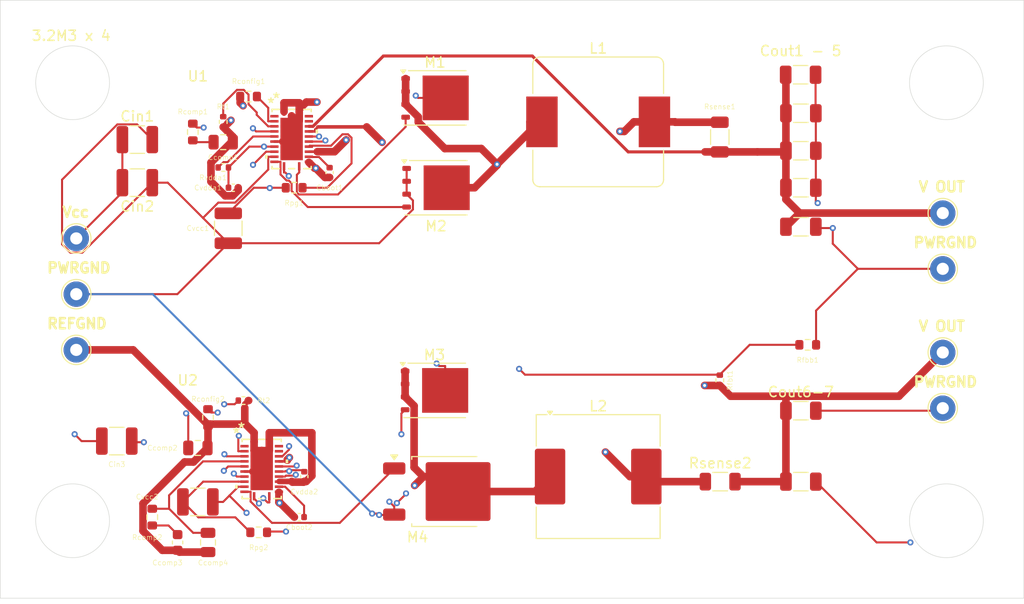
<source format=kicad_pcb>
(kicad_pcb (version 20241229) (generator "pcbnew") (generator_version "9.0")
  (layers (0 "F.Cu" signal) (4 "In1.Cu" signal) (6 "In2.Cu" signal) (2 "B.Cu" signal) (13 "F.Paste" user) (15 "B.Paste" user) (5 "F.SilkS" user "F.Silkscreen") (7 "B.SilkS" user "B.Silkscreen") (1 "F.Mask" user) (3 "B.Mask" user) (25 "Edge.Cuts" user))
  (net 0 "")
  (net 1 "Net-(U1-CBOOT)")
  (net 2 "Net-(M2-D)")
  (net 3 "Net-(M4-D)")
  (net 4 "Net-(U2-CBOOT)")
  (net 5 "GNDREF")
  (net 6 "Net-(Ccomp1-Pad1)")
  (net 7 "Net-(U1-EXTCOMP)")
  (net 8 "Net-(Ccomp3-Pad2)")
  (net 9 "Net-(U2-EXTCOMP)")
  (net 10 "GNDPWR")
  (net 11 "VCC")
  (net 12 "Net-(Con2-Pin_1)")
  (net 13 "Net-(Con3-Pin_1)")
  (net 14 "Net-(U1-VCC)")
  (net 15 "Net-(U2-VCC)")
  (net 16 "Net-(U1-PFM{slash}SYNC)")
  (net 17 "Net-(U2-PFM{slash}SYNC)")
  (net 18 "Net-(U1-ISNS+)")
  (net 19 "Net-(U2-ISNS+)")
  (net 20 "Net-(M1-G)")
  (net 21 "Net-(M2-G)")
  (net 22 "Net-(M3-G)")
  (net 23 "Net-(M4-G)")
  (net 24 "Net-(U1-CNFG)")
  (net 25 "Net-(U2-CNFG)")
  (net 26 "Net-(U2-FB)")
  (net 27 "Net-(U1-PG{slash}SYNCOUT)")
  (net 28 "Net-(U2-PG{slash}SYNCOUT)")
  (net 29 "Net-(U1-RT)")
  (net 30 "Net-(U2-RT)")
  (net 31 "Net-(U1-FB)")
  (footprint "Resistor_SMD:R_0402_1005Metric" (layer "F.Cu") (at 110.5 56 90)
    (property "Reference" "Rfbt1")
    (property "Value" "232K")
  )
  (footprint "Resistor_SMD:R_0603_1608Metric" (layer "F.Cu") (at 65 71)
    (property "Reference" "Rpg2")
    (property "Value" "100k")
  )
  (footprint "Capacitor_SMD:C_0402_1005Metric" (layer "F.Cu") (at 69.5 65.5 -90)
    (property "Reference" "Cvdda2")
    (property "Value" "100n")
  )
  (footprint "Capacitor_SMD:C_0402_1005Metric" (layer "F.Cu") (at 69 69.5 180)
    (property "Reference" "Cboot2")
    (property "Value" "100n")
  )
  (footprint "Resistor_SMD:R_0402_1005Metric" (layer "F.Cu") (at 63.5 58 180)
    (property "Reference" "Rt2")
    (property "Value" "29.4K")
  )
  (footprint "Capacitor_SMD:C_0805_2012Metric" (layer "F.Cu") (at 60 72 90)
    (property "Reference" "Ccomp4")
    (property "Value" "68p")
  )
  (footprint "Capacitor_SMD:C_1210_3225Metric" (layer "F.Cu") (at 51 62 180)
    (property "Reference" "Cin3")
    (property "Value" "3.3u")
  )
  (footprint "Resistor_SMD:R_0603_1608Metric" (layer "F.Cu") (at 119.175 52.5)
    (property "Reference" "Rfbb1")
    (property "Value" "10K")
  )
  (footprint "Wire Holes:Vout Holed" (layer "F.Cu") (at 132.5 39.5)
    (property "Reference" "Con2" (hide yes))
    (property "Value" "12V Out" (hide yes))
  )
  (footprint "Resistor_SMD:R_0603_1608Metric" (layer "F.Cu") (at 60 59.675 90)
    (property "Reference" "Rconfig2")
    (property "Value" "40.2K")
  )
  (footprint "Resistor_SMD:R_0603_1608Metric" (layer "F.Cu") (at 68.5 37)
    (property "Reference" "Rpg1")
    (property "Value" "100K")
  )
  (footprint "Package_TO_SOT_SMD:TO-252-2" (layer "F.Cu") (at 83.415 66.975)
    (property "Reference" "M4")
    (property "Value" "100V 200A")
  )
  (footprint "Capacitor_SMD:C_1206_3216Metric" (layer "F.Cu") (at 118.5 66)
    (property "Reference" "Cout7" (hide yes))
    (property "Value" "4.7u")
  )
  (footprint "Resistor_SMD:R_0603_1608Metric" (layer "F.Cu") (at 54.5 69.5 90)
    (property "Reference" "Rcomp2")
    (property "Value" "5.23k")
  )
  (footprint "Package_TO_SOT_SMD:TDSON-8-1" (layer "F.Cu") (at 82.4 28.135)
    (property "Reference" "M1")
    (property "Value" "80V 77A")
  )
  (footprint "Resistor_SMD:R_1206_3216Metric" (layer "F.Cu") (at 110.5 32 -90)
    (property "Reference" "Rsense1")
    (property "Value" "6m")
  )
  (footprint "Inductor_SMD:L_Coilcraft_MSS1210-XXX" (layer "F.Cu") (at 98.5 65.5)
    (property "Reference" "L2")
    (property "Value" "10u")
  )
  (footprint "Resistor_SMD:R_0603_1608Metric" (layer "F.Cu") (at 58.5 31.5 90)
    (property "Reference" "Rcomp1")
    (property "Value" "4.7K")
  )
  (footprint "Capacitor_SMD:C_0805_2012Metric" (layer "F.Cu") (at 61.5 32.5)
    (property "Reference" "Ccomp1")
    (property "Value" "3.9n")
  )
  (footprint "Capacitor_SMD:C_1210_3225Metric" (layer "F.Cu") (at 53.025 32.25)
    (property "Reference" "Cin1")
    (property "Value" "2.2u")
  )
  (footprint "Capacitor_SMD:C_1206_3216Metric" (layer "F.Cu") (at 118.5 29.65)
    (property "Reference" "Cout2" (hide yes))
    (property "Value" "10u")
  )
  (footprint "Resistor_SMD:R_0603_1608Metric" (layer "F.Cu") (at 64 28)
    (property "Reference" "Rconfig1")
    (property "Value" "40.2K")
  )
  (footprint "Capacitor_SMD:C_0805_2012Metric" (layer "F.Cu") (at 59 62.675)
    (property "Reference" "Ccomp2")
    (property "Value" "100p")
  )
  (footprint "Resistor_SMD:R_0402_1005Metric" (layer "F.Cu") (at 61.51 35)
    (property "Reference" "Rvdda1")
    (property "Value" "47.5K")
  )
  (footprint "Wire Holes:Vin Holes" (layer "F.Cu") (at 47 42)
    (property "Reference" "Con1" (hide yes))
    (property "Value" "Battery In" (hide yes))
  )
  (footprint "Wire Holes:Vout Holed" (layer "F.Cu") (at 132.5 53.25)
    (property "Reference" "Con3" (hide yes))
    (property "Value" "19.5V Out" (hide yes))
  )
  (footprint "Inductor_SMD:L_Bourns_SRP1245A" (layer "F.Cu") (at 98.5 30.5)
    (property "Reference" "L1")
    (property "Value" "6.8u")
  )
  (footprint "Capacitor_SMD:C_1206_3216Metric" (layer "F.Cu") (at 118.5 59)
    (property "Reference" "Cout6-7")
    (property "Value" "4.7u")
  )
  (footprint "Capacitor_SMD:C_1206_3216Metric" (layer "F.Cu") (at 118.5 33.35)
    (property "Reference" "Cout3" (hide yes))
    (property "Value" "10u")
  )
  (footprint "Capacitor_SMD:C_1206_3216Metric" (layer "F.Cu") (at 118.5 37)
    (property "Reference" "Cout4" (hide yes))
    (property "Value" "10u")
  )
  (footprint "Resistor_SMD:R_0402_1005Metric" (layer "F.Cu") (at 61.5 30.5 90)
    (property "Reference" "Rt1")
    (property "Value" "39K")
  )
  (footprint "LM5149:VQFN24_RGY_TEX" (layer "F.Cu") (at 68.25 32.1924)
    (property "Reference" "U1")
    (property "Value" "LM5149RGYR")
  )
  (footprint "Package_TO_SOT_SMD:TDSON-8-1" (layer "F.Cu") (at 82.5 37)
    (property "Reference" "M2")
    (property "Value" "80V 77A")
  )
  (footprint "LM5149:VQFN24_RGY_TEX" (layer "F.Cu") (at 65.2982 64.75)
    (property "Reference" "U2")
    (property "Value" "LM5149RGYR")
  )
  (footprint "Resistor_SMD:R_1206_3216Metric" (layer "F.Cu") (at 110.5375 66)
    (property "Reference" "Rsense2")
    (property "Value" "9m")
  )
  (footprint "Capacitor_SMD:C_0603_1608Metric" (layer "F.Cu") (at 57 72 90)
    (property "Reference" "Ccomp3")
    (property "Value" "2.7n")
  )
  (footprint "Capacitor_SMD:C_1210_3225Metric" (layer "F.Cu") (at 53.025 36.5)
    (property "Reference" "Cin2")
    (property "Value" "2.2u")
  )
  (footprint "Capacitor_SMD:C_0402_1005Metric" (layer "F.Cu") (at 62.5 37)
    (property "Reference" "Cvdda1")
    (property "Value" "100n")
  )
  (footprint "Capacitor_SMD:C_1210_3225Metric" (layer "F.Cu") (at 62 41 -90)
    (property "Reference" "Cvcc1")
    (property "Value" "2.2u")
  )
  (footprint "Capacitor_SMD:C_1206_3216Metric" (layer "F.Cu") (at 118.5 40.85)
    (property "Reference" "Cout5" (hide yes))
    (property "Value" "10u")
  )
  (footprint "Capacitor_SMD:C_1206_3216Metric" (layer "F.Cu") (at 118.475 25.85)
    (property "Reference" "Cout1 - 5")
    (property "Value" "10u")
  )
  (footprint "Package_TO_SOT_SMD:TDSON-8-1" (layer "F.Cu") (at 82.35 57)
    (property "Reference" "M3")
    (property "Value" "80V 77A")
  )
  (footprint "Capacitor_SMD:C_1210_3225Metric" (layer "F.Cu") (at 59 68)
    (property "Reference" "Cvcc2")
    (property "Value" "2.2u")
  )
  (footprint "Capacitor_SMD:C_0402_1005Metric" (layer "F.Cu") (at 72 35.5 -90)
    (property "Reference" "Cboot1")
    (property "Value" "100n")
  )
  (gr_circle (center 46.640055 26.640055) (end 50.140055 25.640055) (stroke (width 0.05)) (fill no) (layer "Edge.Cuts"))
  (gr_circle (center 132.859945 69.859945) (end 136.359945 68.859945) (stroke (width 0.05)) (fill no) (layer "Edge.Cuts"))
  (gr_rect (start 39.5 18.5) (end 140.5 77.5) (stroke (width 0.05)) (fill no) (layer "Edge.Cuts"))
  (gr_circle (center 46.640055 69.859945) (end 50.140055 68.859945) (stroke (width 0.05)) (fill no) (layer "Edge.Cuts"))
  (gr_circle (center 132.859945 26.640055) (end 136.359945 25.640055) (stroke (width 0.05)) (fill no) (layer "Edge.Cuts"))
  (gr_text "3.2M3 x 4" (at 46.5 22 0) (layer "F.SilkS") (effects (font (size 1 1))))
  (segment (start 69.9785 33.9691) (end 70.9491 33.9691) (width 0.2) (layer "F.Cu") (net 1))
  (segment (start 69.9518 33.9424) (end 69.9785 33.9691) (width 0.2) (layer "F.Cu") (net 1))
  (segment (start 70.9491 33.9691) (end 72 35.02) (width 0.2) (layer "F.Cu") (net 1))
  (segment (start 79.5 27.5) (end 79.5 28.77) (width 0.75) (layer "F.Cu") (net 2))
  (segment (start 86.9671 33.1348) (end 88.5198 34.6875) (width 0.75) (layer "F.Cu") (net 2))
  (segment (start 83.55 37) (end 86.3 37) (width 0.75) (layer "F.Cu") (net 2))
  (segment (start 91.7752 31.4321) (end 91.7752 30.5) (width 0.75) (layer "F.Cu") (net 2))
  (segment (start 88.5198 34.6875) (end 91.7752 31.4321) (width 0.75) (layer "F.Cu") (net 2))
  (segment (start 83.3642 33.1348) (end 86.9671 33.1348) (width 0.75) (layer "F.Cu") (net 2))
  (segment (start 80.7458 30.5164) (end 83.3642 33.1348) (width 0.75) (layer "F.Cu") (net 2))
  (segment (start 69.9518 34.4963) (end 70.5295 35.074) (width 0.75) (layer "F.Cu") (net 2))
  (segment (start 79.5 26.23) (end 79.5 27.5) (width 0.75) (layer "F.Cu") (net 2))
  (segment (start 88.5198 34.7802) (end 88.5198 34.6875) (width 0.75) (layer "F.Cu") (net 2))
  (segment (start 69.9518 34.4963) (end 69.9518 34.4424) (width 0.2538) (layer "F.Cu") (net 2))
  (segment (start 92.95 30.5) (end 91.7752 30.5) (width 0.75) (layer "F.Cu") (net 2))
  (segment (start 71.5415 35.98) (end 72 35.98) (width 0.75) (layer "F.Cu") (net 2))
  (segment (start 86.3 37) (end 88.5198 34.7802) (width 0.75) (layer "F.Cu") (net 2))
  (segment (start 79.5 28.77) (end 80.7458 30.0158) (width 0.75) (layer "F.Cu") (net 2))
  (segment (start 70.5295 35.074) (end 70.6355 35.074) (width 0.75) (layer "F.Cu") (net 2))
  (segment (start 70.6355 35.074) (end 71.5415 35.98) (width 0.75) (layer "F.Cu") (net 2))
  (segment (start 80.7458 30.0158) (end 80.7458 30.5164) (width 0.75) (layer "F.Cu") (net 2))
  (via (at 70.6355 35.074) (size 0.6) (drill 0.3) (layers "F.Cu" "B.Cu") (net 2))
  (via (at 88.5198 34.6875) (size 0.6) (drill 0.3) (layers "F.Cu" "B.Cu") (net 2))
  (segment (start 67.0551 68.1046) (end 67.1246 68.1046) (width 0.75) (layer "F.Cu") (net 3))
  (segment (start 79.45 57.635) (end 80.335 58.52) (width 0.75) (layer "F.Cu") (net 3))
  (segment (start 84.675 66.975) (end 83.212 65.512) (width 0.75) (layer "F.Cu") (net 3))
  (segment (start 84.675 66.975) (end 92.275 66.975) (width 0.75) (layer "F.Cu") (net 3))
  (segment (start 67 68.0495) (end 67.0551 68.1046) (width 0.75) (layer "F.Cu") (net 3))
  (segment (start 67 67.0539) (end 67 67) (width 0.2538) (layer "F.Cu") (net 3))
  (segment (start 79.45 57.635) (end 79.45 56.365) (width 0.75) (layer "F.Cu") (net 3))
  (segment (start 67.1246 68.1046) (end 68.52 69.5) (width 0.75) (layer "F.Cu") (net 3))
  (segment (start 79.45 55.095) (end 79.45 56.365) (width 0.75) (layer "F.Cu") (net 3))
  (segment (start 92.275 66.975) (end 93.75 65.5) (width 0.75) (layer "F.Cu") (net 3))
  (segment (start 81.2541 65.512) (end 80.3889 66.3772) (width 0.75) (layer "F.Cu") (net 3))
  (segment (start 67 67.0539) (end 67 68.0495) (width 0.75) (layer "F.Cu") (net 3))
  (segment (start 80.335 58.52) (end 80.335 64.5929) (width 0.75) (layer "F.Cu") (net 3))
  (segment (start 83.212 65.512) (end 81.2541 65.512) (width 0.75) (layer "F.Cu") (net 3))
  (segment (start 80.335 64.5929) (end 81.2541 65.512) (width 0.75) (layer "F.Cu") (net 3))
  (via (at 67.0551 68.1046) (size 0.6) (drill 0.3) (layers "F.Cu" "B.Cu") (net 3))
  (via (at 80.3889 66.3772) (size 0.6) (drill 0.3) (layers "F.Cu" "B.Cu") (net 3))
  (segment (start 67 66.5) (end 67.6064 66.5) (width 0.2) (layer "F.Cu") (net 4))
  (segment (start 69.48 68.3736) (end 69.48 69.5) (width 0.2) (layer "F.Cu") (net 4))
  (segment (start 67.6064 66.5) (end 69.48 68.3736) (width 0.2) (layer "F.Cu") (net 4))
  (segment (start 66.0482 62.939) (end 65.2982 62.939) (width 0.75) (layer "F.Cu") (net 5))
  (segment (start 67.5 28.6186) (end 69 28.6186) (width 0.75) (layer "F.Cu") (net 5))
  (segment (start 69 29.5) (end 69 28.6186) (width 0.75) (layer "F.Cu") (net 5))
  (segment (start 68.7187 30.3814) (end 69 30.3814) (width 0.75) (layer "F.Cu") (net 5))
  (segment (start 62.4282 37.7972) (end 61.6928 37.7972) (width 0.75) (layer "F.Cu") (net 5))
  (segment (start 64.5482 62.0576) (end 64.5482 62.939) (width 0.75) (layer "F.Cu") (net 5))
  (segment (start 68.25 32.1924) (end 68.25 29.9127) (width 0.75) (layer "F.Cu") (net 5))
  (segment (start 65.2982 62.939) (end 65.2982 64.75) (width 0.75) (layer "F.Cu") (net 5))
  (segment (start 64.428 65) (end 65.0482 65) (width 0.75) (layer "F.Cu") (net 5))
  (segment (start 61.9253 30.6857) (end 61.8243 30.6857) (width 0.5408) (layer "F.Cu") (net 5))
  (segment (start 60 60.3903) (end 52.6097 53) (width 0.75) (layer "F.Cu") (net 5))
  (segment (start 60 72.95) (end 57.175 72.95) (width 0.75) (layer "F.Cu") (net 5))
  (segment (start 67.02 65.98) (end 67 66) (width 0.2538) (layer "F.Cu") (net 5))
  (segment (start 63.175 28) (end 63.175 28.6195) (width 0.75) (layer "F.Cu") (net 5))
  (segment (start 68.26 65.98) (end 68.3269 66.0469) (width 0.75) (layer "F.Cu") (net 5))
  (segment (start 66.0482 61.1762) (end 66.0482 62.939) (width 0.75) (layer "F.Cu") (net 5))
  (segment (start 55.4949 72.775) (end 57 72.775) (width 0.75) (layer "F.Cu") (net 5))
  (segment (start 73.6298 32.2862) (end 72.4736 33.4424) (width 0.75) (layer "F.Cu") (net 5))
  (segment (start 60 62.625) (end 59.95 62.675) (width 0.75) (layer "F.Cu") (net 5))
  (segment (start 58.5646 64.0604) (end 57.6868 64.0604) (width 0.75) (layer "F.Cu") (net 5))
  (segment (start 60 60.5) (end 60 60.3903) (width 0.75) (layer "F.Cu") (net 5))
  (segment (start 72.4736 33.4424) (end 73.6298 32.2862) (width 0.75) (layer "F.Cu") (net 5))
  (segment (start 62.98 37) (end 62.98 37.2454) (width 0.75) (layer "F.Cu") (net 5))
  (segment (start 63.175 28.6195) (end 63.4608 28.9053) (width 0.75) (layer "F.Cu") (net 5))
  (segment (start 70.2465 61.1762) (end 66.0482 61.1762) (width 0.75) (layer "F.Cu") (net 5))
  (segment (start 69.6899 65.98) (end 70.2465 65.4234) (width 0.75) (layer "F.Cu") (net 5))
  (segment (start 63.6928 60.3208) (end 63.6276 60.3208) (width 0.75) (layer "F.Cu") (net 5))
  (segment (start 68.3269 66.0469) (end 69.4331 66.0469) (width 0.75) (layer "F.Cu") (net 5))
  (segment (start 57.175 72.95) (end 57 72.775) (width 0.75) (layer "F.Cu") (net 5))
  (segment (start 69.7054 28.5477) (end 69 29.2531) (width 0.75) (layer "F.Cu") (net 5))
  (segment (start 70.7851 33.4424) (end 72.4736 33.4424) (width 0.75) (layer "F.Cu") (net 5))
  (segment (start 72.4736 33.4424) (end 73.6298 32.2862) (width 0.75) (layer "F.Cu") (net 5))
  (segment (start 65.0482 65) (end 65.2982 64.75) (width 0.75) (layer "F.Cu") (net 5))
  (segment (start 64.01 58) (end 63.9731 58) (width 0.75) (layer "F.Cu") (net 5))
  (segment (start 67.6298 32.1924) (end 68.25 32.1924) (width 0.75) (layer "F.Cu") (net 5))
  (segment (start 62.3091 32.5) (end 62.45 32.5) (width 0.75) (layer "F.Cu") (net 5))
  (segment (start 61.8243 30.6857) (end 61.5 31.01) (width 0.5408) (layer "F.Cu") (net 5))
  (segment (start 69.4331 66.0469) (end 69.5 65.98) (width 0.75) (layer "F.Cu") (net 5))
  (segment (start 69 29.5) (end 69 30.3814) (width 0.75) (layer "F.Cu") (net 5))
  (segment (start 67.3798 32.4424) (end 67.6298 32.1924) (width 0.75) (layer "F.Cu") (net 5))
  (segment (start 67.5 29.5) (end 67.5 28.6186) (width 0.75) (layer "F.Cu") (net 5))
  (segment (start 69.5 65.98) (end 69.6899 65.98) (width 0.75) (layer "F.Cu") (net 5))
  (segment (start 53.5864 70.8665) (end 55.4949 72.775) (width 0.75) (layer "F.Cu") (net 5))
  (segment (start 63.6276 60.3208) (end 60.1792 60.3208) (width 0.75) (layer "F.Cu") (net 5))
  (segment (start 52.6097 53) (end 47 53) (width 0.75) (layer "F.Cu") (net 5))
  (segment (start 59.95 62.675) (end 58.5646 64.0604) (width 0.75) (layer "F.Cu") (net 5))
  (segment (start 60.1792 60.3208) (end 60 60.5) (width 0.75) (layer "F.Cu") (net 5))
  (segment (start 53.5864 68.1608) (end 53.5864 70.8665) (width 0.75) (layer "F.Cu") (net 5))
  (segment (start 61.6928 37.7972) (end 60.2943 36.3987) (width 0.75) (layer "F.Cu") (net 5))
  (segment (start 70.2465 65.4234) (end 70.2465 61.1762) (width 0.75) (layer "F.Cu") (net 5))
  (segment (start 63.6276 58.7275) (end 63.6276 60.3208) (width 0.75) (layer "F.Cu") (net 5))
  (segment (start 70.7851 33.4424) (end 69.9518 33.4424) (width 0.2538) (layer "F.Cu") (net 5))
  (segment (start 64.428 65) (end 63.5964 65) (width 0.2538) (layer "F.Cu") (net 5))
  (segment (start 60 60.5) (end 60 62.625) (width 0.75) (layer "F.Cu") (net 5))
  (segment (start 64.5482 62.939) (end 65.2982 62.939) (width 0.75) (layer "F.Cu") (net 5))
  (segment (start 67.3798 32.4424) (end 66.5482 32.4424) (width 0.2538) (layer "F.Cu") (net 5))
  (segment (start 62.45 32.5) (end 62.45 31.96) (width 0.75) (layer "F.Cu") (net 5))
  (segment (start 62.45 31.96) (end 61.5 31.01) (width 0.75) (layer "F.Cu") (net 5))
  (segment (start 68.25 29.9127) (end 68.7187 30.3814) (width 0.75) (layer "F.Cu") (net 5))
  (segment (start 63.6276 58.7275) (end 63.6276 58.3455) (width 0.5408) (layer "F.Cu") (net 5))
  (segment (start 57.6868 64.0604) (end 53.5864 68.1608) (width 0.75) (layer "F.Cu") (net 5))
  (segment (start 60.2943 34.5148) (end 62.3091 32.5) (width 0.75) (layer "F.Cu") (net 5))
  (segment (start 64.5482 61.1762) (end 63.6928 60.3208) (width 0.75) (layer "F.Cu") (net 5))
  (segment (start 60.2943 36.3987) (end 60.2943 34.5148) (width 0.75) (layer "F.Cu") (net 5))
  (segment (start 63.6276 58.3455) (end 63.9731 58) (width 0.5408) (layer "F.Cu") (net 5))
  (segment (start 70.7482 28.5477) (end 69.7054 28.5477) (width 0.75) (layer "F.Cu") (net 5))
  (segment (start 62.2631 30.3479) (end 61.9253 30.6857) (width 0.75) (layer "F.Cu") (net 5))
  (segment (start 64.5482 62.0576) (end 64.5482 61.1762) (width 0.75) (layer "F.Cu") (net 5))
  (segment (start 62.98 37.2454) (end 62.4282 37.7972) (width 0.75) (layer "F.Cu") (net 5))
  (segment (start 67.02 65.98) (end 68.26 65.98) (width 0.5608) (layer "F.Cu") (net 5))
  (via (at 63.4608 28.9053) (size 0.6) (drill 0.3) (layers "F.Cu" "B.Cu") (net 5))
  (via (at 73.6298 32.2862) (size 0.6) (drill 0.3) (layers "F.Cu" "B.Cu") (net 5))
  (via (at 62.2631 30.3479) (size 0.6) (drill 0.3) (layers "F.Cu" "B.Cu") (net 5))
  (via (at 70.7482 28.5477) (size 0.6) (drill 0.3) (layers "F.Cu" "B.Cu") (net 5))
  (segment (start 58.675 32.5) (end 58.5 32.325) (width 0.2) (layer "F.Cu") (net 6))
  (segment (start 60.55 32.5) (end 58.675 32.5) (width 0.2) (layer "F.Cu") (net 6))
  (segment (start 58.5 30.675) (end 58.8872 31.0622) (width 0.2) (layer "F.Cu") (net 7))
  (segment (start 58.05 62.675) (end 58.05 59.468) (width 0.2) (layer "F.Cu") (net 7))
  (segment (start 58.8872 31.0622) (end 59.5676 31.0622) (width 0.2) (layer "F.Cu") (net 7))
  (segment (start 64.7421 31.4424) (end 66.5482 31.4424) (width 0.2) (layer "F.Cu") (net 7))
  (segment (start 64.4339 31.1342) (end 64.7421 31.4424) (width 0.2) (layer "F.Cu") (net 7))
  (segment (start 58.05 59.468) (end 57.8405 59.2585) (width 0.2) (layer "F.Cu") (net 7))
  (via (at 64.4339 31.1342) (size 0.6) (drill 0.3) (layers "F.Cu" "B.Cu") (net 7))
  (via (at 57.8405 59.2585) (size 0.6) (drill 0.3) (layers "F.Cu" "B.Cu") (net 7))
  (via (at 59.5676 31.0622) (size 0.6) (drill 0.3) (layers "F.Cu" "B.Cu") (net 7))
  (segment (start 54.5 70.325) (end 56.1 70.325) (width 0.2) (layer "F.Cu") (net 8))
  (segment (start 56.1 70.325) (end 57 71.225) (width 0.2) (layer "F.Cu") (net 8))
  (segment (start 56.1602 68.675) (end 56.1602 67.351) (width 0.2) (layer "F.Cu") (net 9))
  (segment (start 54.5 68.675) (end 56.1602 68.675) (width 0.2) (layer "F.Cu") (net 9))
  (segment (start 56.1602 67.351) (end 59.5112 64) (width 0.2) (layer "F.Cu") (net 9))
  (segment (start 56.1602 68.675) (end 58.5352 71.05) (width 0.2) (layer "F.Cu") (net 9))
  (segment (start 59.5112 64) (end 63.5964 64) (width 0.2) (layer "F.Cu") (net 9))
  (segment (start 58.5352 71.05) (end 60 71.05) (width 0.2) (layer "F.Cu") (net 9))
  (segment (start 120 52.5) (end 120 49.125) (width 0.2) (layer "F.Cu") (net 10))
  (segment (start 119.975 29.65) (end 119.975 33.35) (width 0.2) (layer "F.Cu") (net 10))
  (segment (start 121.648 42.523) (end 121.648 40.979) (width 0.2) (layer "F.Cu") (net 10))
  (segment (start 120 49.125) (end 124.125 45) (width 0.2) (layer "F.Cu") (net 10))
  (segment (start 56.975 47.5) (end 62 42.475) (width 0.2) (layer "F.Cu") (net 10))
  (segment (start 62.1078 67.3822) (end 62.99 66.5) (width 0.2) (layer "F.Cu") (net 10))
  (segment (start 47 47.5) (end 56.975 47.5) (width 0.2) (layer "F.Cu") (net 10))
  (segment (start 45.5983 36.2073) (end 51.0583 30.7473) (width 0.2) (layer "F.Cu") (net 10))
  (segment (start 60.475 68) (end 61.49 68) (width 0.2) (layer "F.Cu") (net 10))
  (segment (start 132.5 58.75) (end 132.25 59) (width 0.2) (layer "F.Cu") (net 10))
  (segment (start 124.125 45) (end 121.648 42.523) (width 0.2) (layer "F.Cu") (net 10))
  (segment (start 119.975 37) (end 119.975 38.3272) (width 0.2) (layer "F.Cu") (net 10))
  (segment (start 119.975 38.3272) (end 120.158 38.5105) (width 0.2) (layer "F.Cu") (net 10))
  (segment (start 45.5983 42.5805) (end 45.5983 36.2073) (width 0.2) (layer "F.Cu") (net 10))
  (segment (start 119.975 33.35) (end 119.975 37) (width 0.2) (layer "F.Cu") (net 10))
  (segment (start 65.9418 35.2076) (end 65.9418 33.9424) (width 0.2) (layer "F.Cu") (net 10))
  (segment (start 79.5385 67.2104) (end 78.6335 68.1154) (width 0.2) (layer "F.Cu") (net 10))
  (segment (start 61.49 68) (end 62.1078 67.3822) (width 0.2) (layer "F.Cu") (net 10))
  (segment (start 56.025 36.5) (end 54.5 36.5) (width 0.2) (layer "F.Cu") (net 10))
  (segment (start 66.5482 33.9424) (end 65.9418 33.9424) (width 0.2) (layer "F.Cu") (net 10))
  (segment (start 121.648 40.979) (end 120.104 40.979) (width 0.2) (layer "F.Cu") (net 10))
  (segment (start 80.2206 39.1392) (end 76.8848 42.475) (width 0.2) (layer "F.Cu") (net 10))
  (segment (start 79.6 36.365) (end 79.6 35.095) (width 0.2) (layer "F.Cu") (net 10))
  (segment (start 47.5983 43.4017) (end 46.4195 43.4017) (width 0.2) (layer "F.Cu") (net 10))
  (segment (start 77.8947 67.9772) (end 78.375 68.4575) (width 0.2) (layer "F.Cu") (net 10))
  (segment (start 119.975 66) (end 125.973 71.998) (width 0.2) (layer "F.Cu") (net 10))
  (segment (start 76.7487 69.1516) (end 76.8851 69.288) (width 0.2) (layer "F.Cu") (net 10))
  (segment (start 78.342 69.288) (end 78.375 69.255) (width 0.2) (layer "F.Cu") (net 10))
  (segment (start 54.5 36.5) (end 47.5983 43.4017) (width 0.2) (layer "F.Cu") (net 10))
  (segment (start 59.5047 39.9797) (end 61.016 38.4684) (width 0.2) (layer "F.Cu") (net 10))
  (segment (start 120.104 40.979) (end 119.975 40.85) (width 0.2) (layer "F.Cu") (net 10))
  (segment (start 61.016 38.4684) (end 62.681 38.4684) (width 0.2) (layer "F.Cu") (net 10))
  (segment (start 62 42.475) (end 59.5047 39.9797) (width 0.2) (layer "F.Cu") (net 10))
  (segment (start 78.375 68.4575) (end 78.375 69.255) (width 0.2) (layer "F.Cu") (net 10))
  (segment (start 52.9973 30.7473) (end 54.5 32.25) (width 0.2) (layer "F.Cu") (net 10))
  (segment (start 79.6 36.365) (end 79.6 37.635) (width 0.2) (layer "F.Cu") (net 10))
  (segment (start 63.5964 66.5) (end 62.99 66.5) (width 0.2) (layer "F.Cu") (net 10))
  (segment (start 49.525 62) (end 47.5213 62) (width 0.2) (layer "F.Cu") (net 10))
  (segment (start 132.5 45) (end 124.125 45) (width 0.2) (layer "F.Cu") (net 10))
  (segment (start 125.973 71.998) (end 129.306 71.998) (width 0.2) (layer "F.Cu") (net 10))
  (segment (start 76.1961 69.1516) (end 76.7487 69.1516) (width 0.2) (layer "F.Cu") (net 10))
  (segment (start 119.95 25.85) (end 119.95 29.625) (width 0.2) (layer "F.Cu") (net 10))
  (segment (start 59.5047 39.9797) (end 56.025 36.5) (width 0.2) (layer "F.Cu") (net 10))
  (segment (start 119.95 29.625) (end 119.975 29.65) (width 0.2) (layer "F.Cu") (net 10))
  (segment (start 79.5385 67.1627) (end 79.5385 67.2104) (width 0.2) (layer "F.Cu") (net 10))
  (segment (start 76.8851 69.288) (end 78.342 69.288) (width 0.2) (layer "F.Cu") (net 10))
  (segment (start 62.681 38.4684) (end 65.9418 35.2076) (width 0.2) (layer "F.Cu") (net 10))
  (segment (start 76.8848 42.475) (end 62 42.475) (width 0.2) (layer "F.Cu") (net 10))
  (segment (start 79.6 37.635) (end 80.2206 38.2556) (width 0.2) (layer "F.Cu") (net 10))
  (segment (start 47.5213 62) (end 46.8413 61.32) (width 0.2) (layer "F.Cu") (net 10))
  (segment (start 80.2206 38.2556) (end 80.2206 39.1392) (width 0.2) (layer "F.Cu") (net 10))
  (segment (start 62.1078 67.3822) (end 63.8031 69.0775) (width 0.2) (layer "F.Cu") (net 10))
  (segment (start 132.25 59) (end 119.975 59) (width 0.2) (layer "F.Cu") (net 10))
  (segment (start 51.0583 30.7473) (end 52.9973 30.7473) (width 0.2) (layer "F.Cu") (net 10))
  (segment (start 46.4195 43.4017) (end 45.5983 42.5805) (width 0.2) (layer "F.Cu") (net 10))
  (via (at 46.8413 61.32) (size 0.6) (drill 0.3) (layers "F.Cu" "B.Cu") (net 10))
  (via (at 77.8947 67.9772) (size 0.6) (drill 0.3) (layers "F.Cu" "B.Cu") (net 10))
  (via (at 121.648 40.979) (size 0.6) (drill 0.3) (layers "F.Cu" "B.Cu") (net 10))
  (via (at 120.158 38.5105) (size 0.6) (drill 0.3) (layers "F.Cu" "B.Cu") (net 10))
  (via (at 79.5385 67.1627) (size 0.6) (drill 0.3) (layers "F.Cu" "B.Cu") (net 10))
  (via (at 129.306 71.998) (size 0.6) (drill 0.3) (layers "F.Cu" "B.Cu") (net 10))
  (via (at 78.6335 68.1154) (size 0.6) (drill 0.3) (layers "F.Cu" "B.Cu") (net 10))
  (via (at 76.1961 69.1516) (size 0.6) (drill 0.3) (layers "F.Cu" "B.Cu") (net 10))
  (via (at 63.8031 69.0775) (size 0.6) (drill 0.3) (layers "F.Cu" "B.Cu") (net 10))
  (via (at 76.8851 69.288) (size 0.6) (drill 0.3) (layers "F.Cu" "B.Cu") (net 10))
  (segment (start 47 47.5) (end 54.5445 47.5) (width 0.2) (layer "B.Cu") (net 10))
  (segment (start 54.5445 47.5) (end 76.1961 69.1516) (width 0.2) (layer "B.Cu") (net 10))
  (segment (start 70.957 31.9463) (end 70.5621 31.9463) (width 0.2) (layer "F.Cu") (net 11))
  (segment (start 69.9518 31.9424) (end 70.5582 31.9424) (width 0.2) (layer "F.Cu") (net 11))
  (segment (start 68.6628 64.5) (end 68.7461 64.4167) (width 0.2) (layer "F.Cu") (net 11))
  (segment (start 64.5482 67.4424) (end 64.5482 67.6687) (width 0.2) (layer "F.Cu") (net 11))
  (segment (start 51.55 36.5) (end 51.55 37.45) (width 0.2) (layer "F.Cu") (net 11))
  (segment (start 80.4983 27.9113) (end 80.722 28.135) (width 0.2) (layer "F.Cu") (net 11))
  (segment (start 67.6196 35.4912) (end 67.968 35.8396) (width 0.2) (layer "F.Cu") (net 11))
  (segment (start 51.55 36.5) (end 51.55 32.25) (width 0.2) (layer "F.Cu") (net 11))
  (segment (start 67.5 35.4912) (end 67.6196 35.4912) (width 0.2) (layer "F.Cu") (net 11))
  (segment (start 80.722 28.135) (end 83.45 28.135) (width 0.2) (layer "F.Cu") (net 11))
  (segment (start 67.5 34.8848) (end 67.5 35.4912) (width 0.2) (layer "F.Cu") (net 11))
  (segment (start 51.55 37.45) (end 47 42) (width 0.2) (layer "F.Cu") (net 11))
  (segment (start 67 64.5) (end 68.6628 64.5) (width 0.2) (layer "F.Cu") (net 11))
  (segment (start 82.5593 54.3459) (end 82.8084 54.595) (width 0.2) (layer "F.Cu") (net 11))
  (segment (start 52.585 62.11) (end 52.475 62) (width 0.2) (layer "F.Cu") (net 11))
  (segment (start 70.5621 31.9463) (end 70.5582 31.9424) (width 0.2) (layer "F.Cu") (net 11))
  (segment (start 83.4 57) (end 83.4 54.595) (width 0.2) (layer "F.Cu") (net 11))
  (segment (start 64.5482 67.6687) (end 65.0289 68.1494) (width 0.2) (layer "F.Cu") (net 11))
  (segment (start 53.6668 62.11) (end 52.585 62.11) (width 0.2) (layer "F.Cu") (net 11))
  (segment (start 82.8084 54.595) (end 83.4 54.595) (width 0.2) (layer "F.Cu") (net 11))
  (via (at 68.7461 64.4167) (size 0.6) (drill 0.3) (layers "F.Cu" "B.Cu") (net 11))
  (via (at 82.5593 54.3459) (size 0.6) (drill 0.3) (layers "F.Cu" "B.Cu") (net 11))
  (via (at 80.4983 27.9113) (size 0.6) (drill 0.3) (layers "F.Cu" "B.Cu") (net 11))
  (via (at 53.6668 62.11) (size 0.6) (drill 0.3) (layers "F.Cu" "B.Cu") (net 11))
  (via (at 67.968 35.8396) (size 0.6) (drill 0.3) (layers "F.Cu" "B.Cu") (net 11))
  (via (at 70.957 31.9463) (size 0.6) (drill 0.3) (layers "F.Cu" "B.Cu") (net 11))
  (via (at 65.0289 68.1494) (size 0.6) (drill 0.3) (layers "F.Cu" "B.Cu") (net 11))
  (segment (start 117.025 25.875) (end 117.025 29.65) (width 0.75) (layer "F.Cu") (net 12))
  (segment (start 77.3041 24) (end 70.3617 30.9424) (width 0.3) (layer "F.Cu") (net 12))
  (segment (start 117.025 38.15) (end 118.375 39.5) (width 0.75) (layer "F.Cu") (net 12))
  (segment (start 118.375 39.5) (end 117.025 40.85) (width 0.75) (layer "F.Cu") (net 12))
  (segment (start 117.025 37) (end 117.025 38.15) (width 0.75) (layer "F.Cu") (net 12))
  (segment (start 116.9125 33.4625) (end 117.025 33.35) (width 0.2) (layer "F.Cu") (net 12))
  (segment (start 101.462 33.4625) (end 92 24) (width 0.3) (layer "F.Cu") (net 12))
  (segment (start 110.5 33.4625) (end 109.038 33.4625) (width 0.75) (layer "F.Cu") (net 12))
  (segment (start 117.025 29.65) (end 117.025 33.35) (width 0.75) (layer "F.Cu") (net 12))
  (segment (start 132.5 39.5) (end 118.375 39.5) (width 0.75) (layer "F.Cu") (net 12))
  (segment (start 117.025 33.35) (end 117.025 37) (width 0.75) (layer "F.Cu") (net 12))
  (segment (start 109.038 33.4625) (end 101.462 33.4625) (width 0.3) (layer "F.Cu") (net 12))
  (segment (start 117 25.85) (end 117.025 25.875) (width 0.75) (layer "F.Cu") (net 12))
  (segment (start 114.213 33.4625) (end 110.5 33.4625) (width 0.75) (layer "F.Cu") (net 12))
  (segment (start 109.038 33.4625) (end 109 33.5) (width 0.3) (layer "F.Cu") (net 12))
  (segment (start 114.213 33.4625) (end 116.9125 33.4625) (width 0.2) (layer "F.Cu") (net 12))
  (segment (start 117.025 33.4625) (end 114.213 33.4625) (width 0.75) (layer "F.Cu") (net 12))
  (segment (start 92 24) (end 77.3041 24) (width 0.3) (layer "F.Cu") (net 12))
  (segment (start 70.3617 30.9424) (end 69.9518 30.9424) (width 0.3) (layer "F.Cu") (net 12))
  (segment (start 111.563 57.5729) (end 117.025 57.5729) (width 0.75) (layer "F.Cu") (net 13))
  (segment (start 68 62.8354) (end 68 62.5) (width 0.2) (layer "F.Cu") (net 13))
  (segment (start 109 56.51) (end 110.5 56.51) (width 0.75) (layer "F.Cu") (net 13))
  (segment (start 117.025 66) (end 112 66) (width 0.75) (layer "F.Cu") (net 13))
  (segment (start 117.025 66) (end 117.025 59) (width 0.75) (layer "F.Cu") (net 13))
  (segment (start 110.5 56.51) (end 111.563 57.5729) (width 0.75) (layer "F.Cu") (net 13))
  (segment (start 67 63.5) (end 67.3354 63.5) (width 0.2) (layer "F.Cu") (net 13))
  (segment (start 67.3354 63.5) (end 68 62.8354) (width 0.2) (layer "F.Cu") (net 13))
  (segment (start 132.5 53.25) (end 128.177 57.5729) (width 0.75) (layer "F.Cu") (net 13))
  (segment (start 128.177 57.5729) (end 117.025 57.5729) (width 0.75) (layer "F.Cu") (net 13))
  (segment (start 117.025 59) (end 117.025 57.5729) (width 0.75) (layer "F.Cu") (net 13))
  (via (at 68 62.5) (size 0.6) (drill 0.3) (layers "F.Cu" "B.Cu") (net 13))
  (via (at 109 56.51) (size 0.6) (drill 0.3) (layers "F.Cu" "B.Cu") (net 13))
  (segment (start 65.738 33.4424) (end 66.5482 33.4424) (width 0.2) (layer "F.Cu") (net 14))
  (segment (start 67.675 37) (end 66.0932 37) (width 0.2) (layer "F.Cu") (net 14))
  (segment (start 66.0932 37) (end 64.525 37) (width 0.2) (layer "F.Cu") (net 14))
  (segment (start 66.0932 37) (end 66.0932 37.0296) (width 0.2) (layer "F.Cu") (net 14))
  (segment (start 64.4406 34.7398) (end 65.738 33.4424) (width 0.2) (layer "F.Cu") (net 14))
  (segment (start 64.525 37) (end 62 39.525) (width 0.2) (layer "F.Cu") (net 14))
  (via (at 66.0932 37.0296) (size 0.6) (drill 0.3) (layers "F.Cu" "B.Cu") (net 14))
  (via (at 64.4406 34.7398) (size 0.6) (drill 0.3) (layers "F.Cu" "B.Cu") (net 14))
  (segment (start 63.5964 66) (end 62.99 66) (width 0.2) (layer "F.Cu") (net 15))
  (segment (start 62.6988 69.5238) (end 59.0488 69.5238) (width 0.2) (layer "F.Cu") (net 15))
  (segment (start 57.525 68) (end 59.5249 66.0001) (width 0.2) (layer "F.Cu") (net 15))
  (segment (start 62.99 66.0001) (end 62.99 66) (width 0.2) (layer "F.Cu") (net 15))
  (segment (start 64.175 71) (end 62.6988 69.5238) (width 0.2) (layer "F.Cu") (net 15))
  (segment (start 59.5249 66.0001) (end 62.99 66.0001) (width 0.2) (layer "F.Cu") (net 15))
  (segment (start 59.0488 69.5238) (end 57.525 68) (width 0.2) (layer "F.Cu") (net 15))
  (segment (start 71.478 32.4424) (end 71.5836 32.3368) (width 0.2) (layer "F.Cu") (net 16))
  (segment (start 71.5836 32.3368) (end 71.5836 32.3352) (width 0.2) (layer "F.Cu") (net 16))
  (segment (start 64.0776 32.9424) (end 65.5217 32.9424) (width 0.2) (layer "F.Cu") (net 16))
  (segment (start 66.5482 32.9424) (end 65.5217 32.9424) (width 0.2) (layer "F.Cu") (net 16))
  (segment (start 62.02 35) (end 64.0776 32.9424) (width 0.2) (layer "F.Cu") (net 16))
  (segment (start 69.9518 32.4424) (end 71.478 32.4424) (width 0.2) (layer "F.Cu") (net 16))
  (segment (start 71.5836 32.3352) (end 71.5836 32.3368) (width 0.2) (layer "F.Cu") (net 16))
  (segment (start 62.02 37) (end 62.02 35) (width 0.2) (layer "F.Cu") (net 16))
  (via (at 71.5836 32.3368) (size 0.6) (drill 0.3) (layers "F.Cu" "B.Cu") (net 16))
  (via (at 65.5217 32.9424) (size 0.6) (drill 0.3) (layers "F.Cu" "B.Cu") (net 16))
  (segment (start 67 65) (end 67.6064 65) (width 0.2) (layer "F.Cu") (net 17))
  (segment (start 69.3485 64.8685) (end 68.1043 64.8685) (width 0.2) (layer "F.Cu") (net 17))
  (segment (start 68.1043 64.8685) (end 68.0123 64.9605) (width 0.2) (layer "F.Cu") (net 17))
  (segment (start 67.6459 64.9605) (end 67.6064 65) (width 0.2) (layer "F.Cu") (net 17))
  (segment (start 68.0123 64.9605) (end 67.6459 64.9605) (width 0.2) (layer "F.Cu") (net 17))
  (segment (start 62.8464 65.5) (end 63.5964 65.5) (width 0.2) (layer "F.Cu") (net 17))
  (segment (start 69.5 65.02) (end 69.3485 64.8685) (width 0.2) (layer "F.Cu") (net 17))
  (segment (start 62.5478 65.2014) (end 62.8464 65.5) (width 0.2) (layer "F.Cu") (net 17))
  (via (at 68.0123 64.9605) (size 0.6) (drill 0.3) (layers "F.Cu" "B.Cu") (net 17))
  (via (at 62.5478 65.2014) (size 0.6) (drill 0.3) (layers "F.Cu" "B.Cu") (net 17))
  (segment (start 101.085 31.4398) (end 102.025 30.5) (width 0.75) (layer "F.Cu") (net 18))
  (segment (start 104.05 30.5) (end 102.025 30.5) (width 0.75) (layer "F.Cu") (net 18))
  (segment (start 104.05 30.5) (end 106.075 30.5) (width 0.75) (layer "F.Cu") (net 18))
  (segment (start 110.5 30.5375) (end 106.112 30.5375) (width 0.75) (layer "F.Cu") (net 18))
  (segment (start 70.5851 31.2507) (end 70.5851 31.4424) (width 0.2538) (layer "F.Cu") (net 18))
  (segment (start 69.9518 31.4424) (end 70.5851 31.4424) (width 0.2538) (layer "F.Cu") (net 18))
  (segment (start 70.8384 30.9974) (end 75.6599 30.9974) (width 0.35) (layer "F.Cu") (net 18))
  (segment (start 75.6599 30.9974) (end 77.1771 32.5146) (width 0.75) (layer "F.Cu") (net 18))
  (segment (start 70.8384 30.9974) (end 70.5851 31.2507) (width 0.2538) (layer "F.Cu") (net 18))
  (segment (start 106.112 30.5375) (end 106.075 30.5) (width 0.75) (layer "F.Cu") (net 18))
  (segment (start 100.642 31.4398) (end 101.085 31.4398) (width 0.75) (layer "F.Cu") (net 18))
  (via (at 100.642 31.4398) (size 0.6) (drill 0.3) (layers "F.Cu" "B.Cu") (net 18))
  (via (at 77.1771 32.5146) (size 0.6) (drill 0.3) (layers "F.Cu" "B.Cu") (net 18))
  (segment (start 109.075 66) (end 103.75 66) (width 0.75) (layer "F.Cu") (net 19))
  (segment (start 67.8333 63.821) (end 67.8333 63.8882) (width 0.75) (layer "F.Cu") (net 19))
  (segment (start 67.8333 63.8882) (end 67.7451 63.8882) (width 0.2538) (layer "F.Cu") (net 19))
  (segment (start 103.75 66) (end 103.25 65.5) (width 0.75) (layer "F.Cu") (net 19))
  (segment (start 68.0288 63.6255) (end 67.8333 63.821) (width 0.75) (layer "F.Cu") (net 19))
  (segment (start 67.7451 63.8882) (end 67.6333 64) (width 0.2538) (layer "F.Cu") (net 19))
  (segment (start 103.25 65.5) (end 101.63 65.5) (width 0.75) (layer "F.Cu") (net 19))
  (segment (start 67 64) (end 67.6333 64) (width 0.2538) (layer "F.Cu") (net 19))
  (segment (start 101.63 65.5) (end 99.2134 63.0833) (width 0.75) (layer "F.Cu") (net 19))
  (via (at 99.2134 63.0833) (size 0.6) (drill 0.3) (layers "F.Cu" "B.Cu") (net 19))
  (via (at 68.0288 63.6255) (size 0.6) (drill 0.3) (layers "F.Cu" "B.Cu") (net 19))
  (segment (start 68.7688 35.7224) (end 69 35.4912) (width 0.2) (layer "F.Cu") (net 20))
  (segment (start 72.8271 37.6617) (end 68.9587 37.6617) (width 0.2) (layer "F.Cu") (net 20))
  (segment (start 79.5 30.04) (end 79.5 30.9888) (width 0.2) (layer "F.Cu") (net 20))
  (segment (start 69 34.8848) (end 69 35.4912) (width 0.2) (layer "F.Cu") (net 20))
  (segment (start 68.9587 37.6617) (end 68.7688 37.4718) (width 0.2) (layer "F.Cu") (net 20))
  (segment (start 79.5 30.9888) (end 72.8271 37.6617) (width 0.2) (layer "F.Cu") (net 20))
  (segment (start 68.7688 37.4718) (end 68.7688 35.7224) (width 0.2) (layer "F.Cu") (net 20))
  (segment (start 67.1546 35.6868) (end 67.7591 36.2913) (width 0.2) (layer "F.Cu") (net 21))
  (segment (start 66.5482 34.4424) (end 67.1546 34.4424) (width 0.2) (layer "F.Cu") (net 21))
  (segment (start 67.9731 36.2913) (end 68.2483 36.5665) (width 0.2) (layer "F.Cu") (net 21))
  (segment (start 69.8461 38.905) (end 79.6 38.905) (width 0.2) (layer "F.Cu") (net 21))
  (segment (start 68.2483 37.3072) (end 69.8461 38.905) (width 0.2) (layer "F.Cu") (net 21))
  (segment (start 67.7591 36.2913) (end 67.9731 36.2913) (width 0.2) (layer "F.Cu") (net 21))
  (segment (start 68.2483 36.5665) (end 68.2483 37.3072) (width 0.2) (layer "F.Cu") (net 21))
  (segment (start 67.1546 34.4424) (end 67.1546 35.6868) (width 0.2) (layer "F.Cu") (net 21))
  (segment (start 65.8729 68.0488) (end 66.0482 68.0488) (width 0.2) (layer "F.Cu") (net 22))
  (segment (start 65.4493 67.6252) (end 65.8729 68.0488) (width 0.2) (layer "F.Cu") (net 22))
  (segment (start 66.0482 67.4424) (end 66.0482 68.0488) (width 0.2) (layer "F.Cu") (net 22))
  (segment (start 79.45 58.905) (end 79.0816 59.2734) (width 0.2) (layer "F.Cu") (net 22))
  (segment (start 79.0816 59.2734) (end 79.0816 61.32) (width 0.2) (layer "F.Cu") (net 22))
  (via (at 65.4493 67.6252) (size 0.6) (drill 0.3) (layers "F.Cu" "B.Cu") (net 22))
  (via (at 79.0816 61.32) (size 0.6) (drill 0.3) (layers "F.Cu" "B.Cu") (net 22))
  (segment (start 64.2028 67) (end 64.2028 67.962) (width 0.2) (layer "F.Cu") (net 23))
  (segment (start 64.2028 67.962) (end 66.3073 70.0665) (width 0.2) (layer "F.Cu") (net 23))
  (segment (start 73.0035 70.0665) (end 78.375 64.695) (width 0.2) (layer "F.Cu") (net 23))
  (segment (start 66.3073 70.0665) (end 73.0035 70.0665) (width 0.2) (layer "F.Cu") (net 23))
  (segment (start 63.5964 67) (end 64.2028 67) (width 0.2) (layer "F.Cu") (net 23))
  (segment (start 65.9418 29.1168) (end 64.825 28) (width 0.2) (layer "F.Cu") (net 24))
  (segment (start 65.9418 30.4424) (end 65.9418 29.1168) (width 0.2) (layer "F.Cu") (net 24))
  (segment (start 66.5482 30.4424) (end 65.9418 30.4424) (width 0.2) (layer "F.Cu") (net 24))
  (segment (start 62.99 61.5219) (end 63.0383 61.4736) (width 0.2) (layer "F.Cu") (net 25))
  (segment (start 62.99 63) (end 62.99 61.5219) (width 0.2) (layer "F.Cu") (net 25))
  (segment (start 63.5964 63) (end 62.99 63) (width 0.2) (layer "F.Cu") (net 25))
  (segment (start 60.9527 59.1841) (end 60.3341 59.1841) (width 0.2) (layer "F.Cu") (net 25))
  (segment (start 60.3341 59.1841) (end 60 58.85) (width 0.2) (layer "F.Cu") (net 25))
  (via (at 60.9527 59.1841) (size 0.6) (drill 0.3) (layers "F.Cu" "B.Cu") (net 25))
  (via (at 63.0383 61.4736) (size 0.6) (drill 0.3) (layers "F.Cu" "B.Cu") (net 25))
  (segment (start 110.5 55.445) (end 91.2722 55.445) (width 0.2) (layer "F.Cu") (net 26))
  (segment (start 118.35 52.5) (end 113.445 52.5) (width 0.2) (layer "F.Cu") (net 26))
  (segment (start 91.2722 55.445) (end 90.699 54.8718) (width 0.2) (layer "F.Cu") (net 26))
  (segment (start 110.5 55.49) (end 110.5 55.445) (width 0.2) (layer "F.Cu") (net 26))
  (segment (start 61.9928 64.5) (end 63.5964 64.5) (width 0.2) (layer "F.Cu") (net 26))
  (segment (start 113.445 52.5) (end 110.5 55.445) (width 0.2) (layer "F.Cu") (net 26))
  (segment (start 61.5628 64.93) (end 61.9928 64.5) (width 0.2) (layer "F.Cu") (net 26))
  (via (at 90.699 54.8718) (size 0.6) (drill 0.3) (layers "F.Cu" "B.Cu") (net 26))
  (via (at 61.5628 64.93) (size 0.6) (drill 0.3) (layers "F.Cu" "B.Cu") (net 26))
  (segment (start 73.2666 31.7263) (end 73.8181 31.7263) (width 0.2) (layer "F.Cu") (net 27))
  (segment (start 72.1407 32.8522) (end 73.2666 31.7263) (width 0.2) (layer "F.Cu") (net 27))
  (segment (start 69.9518 32.9424) (end 70.042 32.8522) (width 0.2) (layer "F.Cu") (net 27))
  (segment (start 74.1627 32.0709) (end 74.1627 34.5939) (width 0.2) (layer "F.Cu") (net 27))
  (segment (start 73.8181 31.7263) (end 74.1627 32.0709) (width 0.2) (layer "F.Cu") (net 27))
  (segment (start 71.7566 37) (end 69.325 37) (width 0.2) (layer "F.Cu") (net 27))
  (segment (start 74.1627 34.5939) (end 71.7566 37) (width 0.2) (layer "F.Cu") (net 27))
  (segment (start 70.042 32.8522) (end 72.1407 32.8522) (width 0.2) (layer "F.Cu") (net 27))
  (segment (start 65.9014 70.9236) (end 65.825 71) (width 0.2) (layer "F.Cu") (net 28))
  (segment (start 67.6064 65.5) (end 67.6942 65.4122) (width 0.2) (layer "F.Cu") (net 28))
  (segment (start 67.6942 65.4122) (end 68.5658 65.4122) (width 0.2) (layer "F.Cu") (net 28))
  (segment (start 67.6954 70.9236) (end 65.9014 70.9236) (width 0.2) (layer "F.Cu") (net 28))
  (segment (start 67 65.5) (end 67.6064 65.5) (width 0.2) (layer "F.Cu") (net 28))
  (segment (start 68.5658 65.4122) (end 68.6578 65.3202) (width 0.2) (layer "F.Cu") (net 28))
  (via (at 67.6954 70.9236) (size 0.6) (drill 0.3) (layers "F.Cu" "B.Cu") (net 28))
  (via (at 68.6578 65.3202) (size 0.6) (drill 0.3) (layers "F.Cu" "B.Cu") (net 28))
  (segment (start 64.8064 29.807) (end 64.8064 29.5726) (width 0.2) (layer "F.Cu") (net 29))
  (segment (start 62.859 27.3425) (end 61.5 28.7015) (width 0.2) (layer "F.Cu") (net 29))
  (segment (start 61.5 28.7015) (end 61.5 29.99) (width 0.2) (layer "F.Cu") (net 29))
  (segment (start 64.8064 29.5726) (end 64 28.7662) (width 0.2) (layer "F.Cu") (net 29))
  (segment (start 64 27.813) (end 63.5295 27.3425) (width 0.2) (layer "F.Cu") (net 29))
  (segment (start 65.9418 30.9424) (end 64.8064 29.807) (width 0.2) (layer "F.Cu") (net 29))
  (segment (start 66.5482 30.9424) (end 65.9418 30.9424) (width 0.2) (layer "F.Cu") (net 29))
  (segment (start 63.5295 27.3425) (end 62.859 27.3425) (width 0.2) (layer "F.Cu") (net 29))
  (segment (start 64 28.7662) (end 64 27.813) (width 0.2) (layer "F.Cu") (net 29))
  (segment (start 61.8205 63.5) (end 63.5964 63.5) (width 0.2) (layer "F.Cu") (net 30))
  (segment (start 61.5977 58.36) (end 62.63 58.36) (width 0.2) (layer "F.Cu") (net 30))
  (segment (start 61.6157 63.2952) (end 61.8205 63.5) (width 0.2) (layer "F.Cu") (net 30))
  (segment (start 62.63 58.36) (end 62.99 58) (width 0.2) (layer "F.Cu") (net 30))
  (via (at 61.6157 63.2952) (size 0.6) (drill 0.3) (layers "F.Cu" "B.Cu") (net 30))
  (via (at 61.5977 58.36) (size 0.6) (drill 0.3) (layers "F.Cu" "B.Cu") (net 30))
  (segment (start 66.5482 31.9424) (end 64.4591 31.9424) (width 0.2) (layer "F.Cu") (net 31))
  (segment (start 61.9303 34.4712) (end 61.5288 34.4712) (width 0.2) (layer "F.Cu") (net 31))
  (segment (start 64.4591 31.9424) (end 61.9303 34.4712) (width 0.2) (layer "F.Cu") (net 31))
  (segment (start 61.5288 34.4712) (end 61 35) (width 0.2) (layer "F.Cu") (net 31))
)
</source>
